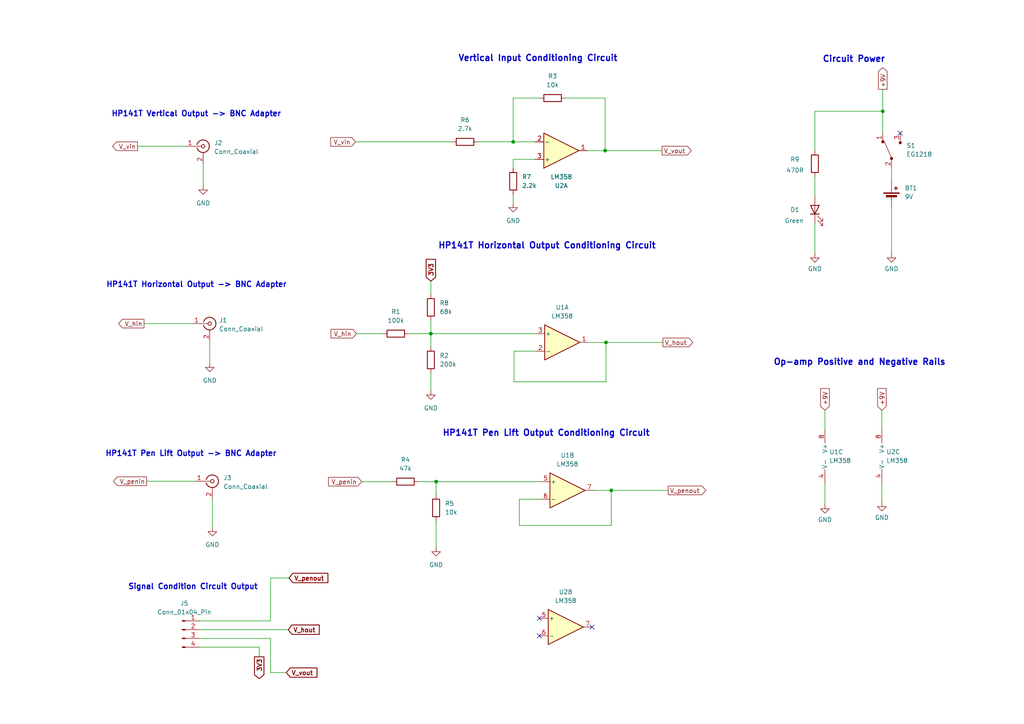
<source format=kicad_sch>
(kicad_sch (version 20230121) (generator eeschema)
  (paper "A4")
  (title_block (title "Signal Conditioning Circuit for HP141T Auxiliary Outputs") (date "2025-04-03") (rev "v01") (company "UCT EEE4022F 2025") (comment 1 "Vvin = Input vertical auxiliary signal from HP141T") (comment 2 "Vhin = Input horizontanl auxiliary signal from HP141T") (comment 3 "Vpenin = Input pen lift auxiliary signal from HP141T"))
  (lib_symbols
    (symbol "Amplifier_Operational:LM358" (pin_names (offset 0.127))
      (property "Reference" "U" (at 0 5.08 0))
      (property "Value" "LM358" (at 0 -5.08 0))
      (symbol "LM358_1_1"
        (polyline (pts (xy -5.08 5.08) (xy 5.08 0) (xy -5.08 -5.08) (xy -5.08 5.08)) (stroke (width 0.254)) (fill (type background)))
        (pin output line (at 7.62 0 180) (length 2.54) (name "~") (number "1"))
        (pin input line (at -7.62 -2.54 0) (length 2.54) (name "-") (number "2"))
        (pin input line (at -7.62 2.54 0) (length 2.54) (name "+") (number "3"))
      )
      (symbol "LM358_2_1"
        (polyline (pts (xy -5.08 5.08) (xy 5.08 0) (xy -5.08 -5.08) (xy -5.08 5.08)) (stroke (width 0.254)) (fill (type background)))
        (pin input line (at -7.62 2.54 0) (length 2.54) (name "+") (number "5"))
        (pin input line (at -7.62 -2.54 0) (length 2.54) (name "-") (number "6"))
        (pin output line (at 7.62 0 180) (length 2.54) (name "~") (number "7"))
      )
      (symbol "LM358_3_1"
        (pin power_in line (at -2.54 -7.62 90) (length 3.81) (name "V-") (number "4"))
        (pin power_in line (at -2.54 7.62 270) (length 3.81) (name "V+") (number "8"))
      )
    )
    (symbol "Connector:Conn_01x04_Pin" (pin_names (offset 1.016) hide)
      (property "Reference" "J" (at 0 5.08 0))
      (property "Value" "Conn_01x04_Pin" (at 0 -7.62 0))
      (symbol "Conn_01x04_Pin_1_1"
        (polyline (pts (xy 1.27 -5.08) (xy 0.8636 -5.08)) (stroke (width 0.1524)))
        (polyline (pts (xy 1.27 -2.54) (xy 0.8636 -2.54)) (stroke (width 0.1524)))
        (polyline (pts (xy 1.27 0) (xy 0.8636 0)) (stroke (width 0.1524)))
        (polyline (pts (xy 1.27 2.54) (xy 0.8636 2.54)) (stroke (width 0.1524)))
        (rectangle (start 0.8636 -4.953) (end 0 -5.207) (stroke (width 0.1524)) (fill (type outline)))
        (rectangle (start 0.8636 -2.413) (end 0 -2.667) (stroke (width 0.1524)) (fill (type outline)))
        (rectangle (start 0.8636 0.127) (end 0 -0.127) (stroke (width 0.1524)) (fill (type outline)))
        (rectangle (start 0.8636 2.667) (end 0 2.413) (stroke (width 0.1524)) (fill (type outline)))
        (pin passive line (at 5.08 2.54 180) (length 3.81) (name "Pin_1") (number "1"))
        (pin passive line (at 5.08 0 180) (length 3.81) (name "Pin_2") (number "2"))
        (pin passive line (at 5.08 -2.54 180) (length 3.81) (name "Pin_3") (number "3"))
        (pin passive line (at 5.08 -5.08 180) (length 3.81) (name "Pin_4") (number "4"))
      )
    )
    (symbol "Connector:Conn_Coaxial" (pin_names (offset 1.016) hide)
      (property "Reference" "J" (at 0.254 3.048 0))
      (property "Value" "Conn_Coaxial" (at 2.921 0 90))
      (symbol "Conn_Coaxial_0_1"
        (arc (start -1.778 -0.508) (mid 0.2311 -1.8066) (end 1.778 0) (stroke (width 0.254)))
        (polyline (pts (xy -2.54 0) (xy -0.508 0)))
        (polyline (pts (xy 0 -2.54) (xy 0 -1.778)))
        (circle (center 0 0) (radius 0.508) (stroke (width 0.2032)))
        (arc (start 1.778 0) (mid 0.2099 1.8101) (end -1.778 0.508) (stroke (width 0.254)))
      )
      (symbol "Conn_Coaxial_1_1"
        (pin passive line (at -5.08 0 0) (length 2.54) (name "In") (number "1"))
        (pin passive line (at 0 -5.08 90) (length 2.54) (name "Ext") (number "2"))
      )
    )
    (symbol "Device:Battery_Cell" (pin_numbers hide) (pin_names (offset 0) hide)
      (property "Reference" "BT" (at 2.54 2.54 0))
      (property "Value" "Battery_Cell" (at 2.54 0 0))
      (symbol "Battery_Cell_0_1"
        (rectangle (start -2.286 1.778) (end 2.286 1.524) (fill (type outline)))
        (rectangle (start -1.524 1.016) (end 1.524 0.508) (fill (type outline)))
        (polyline (pts (xy 0 0.762) (xy 0 0)))
        (polyline (pts (xy 0 1.778) (xy 0 2.54)))
        (polyline (pts (xy 0.762 3.048) (xy 1.778 3.048)) (stroke (width 0.254)))
        (polyline (pts (xy 1.27 3.556) (xy 1.27 2.54)) (stroke (width 0.254)))
      )
      (symbol "Battery_Cell_1_1"
        (pin passive line (at 0 5.08 270) (length 2.54) (name "+") (number "1"))
        (pin passive line (at 0 -2.54 90) (length 2.54) (name "-") (number "2"))
      )
    )
    (symbol "Device:LED" (pin_numbers hide) (pin_names (offset 1.016) hide)
      (property "Reference" "D" (at 0 2.54 0))
      (property "Value" "LED" (at 0 -2.54 0))
      (symbol "LED_0_1"
        (polyline (pts (xy -1.27 -1.27) (xy -1.27 1.27)) (stroke (width 0.254)))
        (polyline (pts (xy -1.27 0) (xy 1.27 0)))
        (polyline (pts (xy 1.27 -1.27) (xy 1.27 1.27) (xy -1.27 0) (xy 1.27 -1.27)) (stroke (width 0.254)))
        (polyline (pts (xy -3.048 -0.762) (xy -4.572 -2.286) (xy -3.81 -2.286) (xy -4.572 -2.286) (xy -4.572 -1.524)))
        (polyline (pts (xy -1.778 -0.762) (xy -3.302 -2.286) (xy -2.54 -2.286) (xy -3.302 -2.286) (xy -3.302 -1.524)))
      )
      (symbol "LED_1_1"
        (pin passive line (at -3.81 0 0) (length 2.54) (name "K") (number "1"))
        (pin passive line (at 3.81 0 180) (length 2.54) (name "A") (number "2"))
      )
    )
    (symbol "Device:R" (pin_numbers hide) (pin_names (offset 0))
      (property "Reference" "R" (at 2.032 0 90))
      (property "Value" "R" (at 0 0 90))
      (symbol "R_0_1"
        (rectangle (start -1.016 -2.54) (end 1.016 2.54) (stroke (width 0.254)))
      )
      (symbol "R_1_1"
        (pin passive line (at 0 3.81 270) (length 1.27) (name "~") (number "1"))
        (pin passive line (at 0 -3.81 90) (length 1.27) (name "~") (number "2"))
      )
    )
    (symbol "dk_Slide-Switches:EG1218" (pin_names (offset 0))
      (property "Reference" "S" (at -3.81 2.286 0))
      (property "Value" "EG1218" (at 0 -5.334 0))
      (symbol "EG1218_0_1"
        (circle (center -2.286 0) (radius 0.3556) (fill (type outline)))
        (polyline (pts (xy -2.032 0) (xy 3.048 2.286)))
        (circle (center 2.286 -2.54) (radius 0.3556) (fill (type outline)))
        (circle (center 2.54 2.54) (radius 0.3556) (fill (type outline)))
      )
      (symbol "EG1218_1_1"
        (pin passive line (at 5.08 2.54 180) (length 2.54) (name "~") (number "1"))
        (pin passive line (at -5.08 0 0) (length 2.54) (name "~") (number "2"))
        (pin passive line (at 5.08 -2.54 180) (length 2.54) (name "~") (number "3"))
      )
    )
    (symbol "power:GND" (power) (pin_names (offset 0))
      (property "Value" "GND" (at 0 -3.81 0))
      (symbol "GND_0_1"
        (polyline (pts (xy 0 0) (xy 0 -1.27) (xy 1.27 -1.27) (xy 0 -2.54) (xy -1.27 -1.27) (xy 0 -1.27)))
      )
      (symbol "GND_1_1"
        (pin power_in line (at 0 0 270) (length 0) hide (name "GND") (number "1"))
      )
    )
  )
  (junction (at 175.768 99.314))
  (junction (at 177.292 142.24))
  (junction (at 148.844 41.148))
  (junction (at 256.032 32.258))
  (junction (at 124.968 96.774))
  (junction (at 126.492 139.7))
  (junction (at 175.514 43.688))
  (no_connect (at 156.464 179.324))
  (no_connect (at 156.464 184.404))
  (no_connect (at 261.112 38.608))
  (no_connect (at 171.704 181.864))
  (wire (pts (xy 236.347 32.258) (xy 256.032 32.258)))
  (wire (pts (xy 236.347 57.023) (xy 236.347 51.308)))
  (wire (pts (xy 236.347 32.258) (xy 236.347 43.688)))
  (wire (pts (xy 156.972 144.78) (xy 150.622 144.78)))
  (wire (pts (xy 58.928 47.498) (xy 58.928 53.848)))
  (wire (pts (xy 126.492 139.7) (xy 156.972 139.7)))
  (wire (pts (xy 155.448 101.854) (xy 149.098 101.854)))
  (wire (pts (xy 124.968 92.964) (xy 124.968 96.774)))
  (wire (pts (xy 78.486 185.166) (xy 57.912 185.166)))
  (wire (pts (xy 170.434 43.688) (xy 175.514 43.688)))
  (wire (pts (xy 150.622 144.78) (xy 150.622 152.4)))
  (wire (pts (xy 239.268 139.954) (xy 239.268 146.304)))
  (wire (pts (xy 103.124 41.148) (xy 131.064 41.148)))
  (wire (pts (xy 149.098 101.854) (xy 149.098 110.744)))
  (wire (pts (xy 155.194 46.228) (xy 148.844 46.228)))
  (wire (pts (xy 175.514 28.448) (xy 175.514 43.688)))
  (wire (pts (xy 150.622 152.4) (xy 177.292 152.4)))
  (wire (pts (xy 124.968 81.534) (xy 124.968 85.344)))
  (wire (pts (xy 124.968 96.774) (xy 124.968 100.584)))
  (wire (pts (xy 256.032 32.258) (xy 256.032 38.608)))
  (wire (pts (xy 121.412 139.7) (xy 126.492 139.7)))
  (wire (pts (xy 256.032 25.908) (xy 256.032 32.258)))
  (wire (pts (xy 255.778 118.999) (xy 255.778 124.714)))
  (wire (pts (xy 236.347 73.533) (xy 236.347 64.643)))
  (wire (pts (xy 177.292 142.24) (xy 193.802 142.24)))
  (wire (pts (xy 258.572 60.198) (xy 258.572 73.533)))
  (wire (pts (xy 156.464 28.448) (xy 148.844 28.448)))
  (wire (pts (xy 57.912 180.086) (xy 78.486 180.086)))
  (wire (pts (xy 255.778 139.954) (xy 255.778 145.669)))
  (wire (pts (xy 175.768 99.314) (xy 192.278 99.314)))
  (wire (pts (xy 83.058 195.072) (xy 78.486 195.072)))
  (wire (pts (xy 57.912 187.706) (xy 75.184 187.706)))
  (wire (pts (xy 126.492 151.13) (xy 126.492 158.75)))
  (wire (pts (xy 148.844 41.148) (xy 155.194 41.148)))
  (wire (pts (xy 148.844 56.388) (xy 148.844 58.928)))
  (wire (pts (xy 170.688 99.314) (xy 175.768 99.314)))
  (wire (pts (xy 148.844 28.448) (xy 148.844 41.148)))
  (wire (pts (xy 124.968 108.204) (xy 124.968 113.284)))
  (wire (pts (xy 164.084 28.448) (xy 175.514 28.448)))
  (wire (pts (xy 61.595 144.653) (xy 61.595 152.908)))
  (wire (pts (xy 118.618 96.774) (xy 124.968 96.774)))
  (wire (pts (xy 57.912 182.626) (xy 83.566 182.626)))
  (wire (pts (xy 78.486 180.086) (xy 78.486 167.64)))
  (wire (pts (xy 138.684 41.148) (xy 148.844 41.148)))
  (wire (pts (xy 75.184 187.706) (xy 75.184 190.5)))
  (wire (pts (xy 104.902 139.7) (xy 113.792 139.7)))
  (wire (pts (xy 42.545 139.573) (xy 56.515 139.573)))
  (wire (pts (xy 175.514 43.688) (xy 192.024 43.688)))
  (wire (pts (xy 149.098 110.744) (xy 175.768 110.744)))
  (wire (pts (xy 78.486 167.64) (xy 83.82 167.64)))
  (wire (pts (xy 39.878 42.418) (xy 53.848 42.418)))
  (wire (pts (xy 148.844 46.228) (xy 148.844 48.768)))
  (wire (pts (xy 239.268 118.999) (xy 239.268 124.714)))
  (wire (pts (xy 41.783 93.853) (xy 55.753 93.853)))
  (wire (pts (xy 126.492 139.7) (xy 126.492 143.51)))
  (wire (pts (xy 60.833 98.933) (xy 60.833 105.283)))
  (wire (pts (xy 172.212 142.24) (xy 177.292 142.24)))
  (wire (pts (xy 78.486 195.072) (xy 78.486 185.166)))
  (wire (pts (xy 103.378 96.774) (xy 110.998 96.774)))
  (wire (pts (xy 177.292 142.24) (xy 177.292 152.4)))
  (wire (pts (xy 175.768 110.744) (xy 175.768 99.314)))
  (wire (pts (xy 258.572 48.768) (xy 258.572 52.578)))
  (wire (pts (xy 124.968 96.774) (xy 155.448 96.774)))
  (text "HP141T Vertical Output -> BNC Adapter" (at 32.258 34.036 0) (effects (font (size 1.57 1.57) bold) (justify left bottom)))
  (text "Vertical Input Conditioning Circuit" (at 132.842 18.034 0) (effects (font (size 1.77 1.77) (thickness 0.354) bold) (justify left bottom)))
  (text "HP141T Horizontal Output -> BNC Adapter" (at 30.734 83.566 0) (effects (font (size 1.57 1.57) bold) (justify left bottom)))
  (text "HP141T Pen Lift Output Conditioning Circuit" (at 128.27 126.746 0) (effects (font (size 1.77 1.77) bold) (justify left bottom)))
  (text "Circuit Power" (at 238.506 18.288 0) (effects (font (size 1.77 1.77) bold) (justify left bottom)))
  (text "HP141T Horizontal Output Conditioning Circuit" (at 127 72.39 0) (effects (font (size 1.77 1.77) bold) (justify left bottom)))
  (text "HP141T Pen Lift Output -> BNC Adapter" (at 30.48 132.588 0) (effects (font (size 1.57 1.57) bold) (justify left bottom)))
  (text "Signal Condition Circuit Output" (at 37.084 171.196 0) (effects (font (size 1.57 1.57) bold) (justify left bottom)))
  (text "Op-amp Positive and Negative Rails" (at 224.282 106.172 0) (effects (font (size 1.77 1.77) bold) (justify left bottom)))
  (global_label "+9V" (shape input) (at 239.268 118.999 90) (property "Intersheetrefs" "${INTERSHEET_REFS}" (effects hide)))
  (global_label "V_vout" (shape input) (at 83.058 195.072 0) (effects (font bold)) (property "Intersheetrefs" "${INTERSHEET_REFS}" (effects hide)))
  (global_label "V_vin" (shape input) (at 103.124 41.148 180) (property "Intersheetrefs" "${INTERSHEET_REFS}" (effects hide)))
  (global_label "V_penout" (shape output) (at 193.802 142.24 0) (property "Intersheetrefs" "${INTERSHEET_REFS}" (effects hide)))
  (global_label "+9V" (shape output) (at 256.032 25.908 90) (property "Intersheetrefs" "${INTERSHEET_REFS}" (effects hide)))
  (global_label "V_hin" (shape input) (at 103.378 96.774 180) (property "Intersheetrefs" "${INTERSHEET_REFS}" (effects hide)))
  (global_label "3V3" (shape input) (at 124.968 81.534 90) (effects (font bold)) (property "Intersheetrefs" "${INTERSHEET_REFS}" (effects hide)))
  (global_label "V_penin" (shape output) (at 42.545 139.573 180) (property "Intersheetrefs" "${INTERSHEET_REFS}" (effects hide)))
  (global_label "V_vout" (shape output) (at 192.024 43.688 0) (property "Intersheetrefs" "${INTERSHEET_REFS}" (effects hide)))
  (global_label "V_hout" (shape output) (at 192.278 99.314 0) (property "Intersheetrefs" "${INTERSHEET_REFS}" (effects hide)))
  (global_label "V_vin" (shape output) (at 39.878 42.418 180) (property "Intersheetrefs" "${INTERSHEET_REFS}" (effects hide)))
  (global_label "V_penin" (shape input) (at 104.902 139.7 180) (property "Intersheetrefs" "${INTERSHEET_REFS}" (effects hide)))
  (global_label "3V3" (shape output) (at 75.184 190.5 270) (effects (font bold)) (property "Intersheetrefs" "${INTERSHEET_REFS}" (effects hide)))
  (global_label "V_hin" (shape output) (at 41.783 93.853 180) (property "Intersheetrefs" "${INTERSHEET_REFS}" (effects hide)))
  (global_label "V_hout" (shape input) (at 83.566 182.626 0) (effects (font bold)) (property "Intersheetrefs" "${INTERSHEET_REFS}" (effects hide)))
  (global_label "V_penout" (shape input) (at 83.82 167.64 0) (effects (font bold)) (property "Intersheetrefs" "${INTERSHEET_REFS}" (effects hide)))
  (global_label "+9V" (shape input) (at 255.778 118.999 90) (property "Intersheetrefs" "${INTERSHEET_REFS}" (effects hide)))
  (symbol (lib_id "Device:R") (at 126.492 147.32 0) (unit 1)
    (property "Reference" "R5" (at 129.032 146.05 0) (effects (justify left)))
    (property "Value" "10k" (at 129.032 148.59 0) (effects (justify left)))
    (property "Footprint" "Resistor_THT:R_Axial_DIN0207_L6.3mm_D2.5mm_P7.62mm_Horizontal" (effects hide))
  )
  (symbol (lib_id "Device:R") (at 124.968 104.394 0) (unit 1)
    (property "Reference" "R2" (at 127.508 103.124 0) (effects (justify left)))
    (property "Value" "200k" (at 127.508 105.664 0) (effects (justify left)))
    (property "Footprint" "Resistor_THT:R_Axial_DIN0207_L6.3mm_D2.5mm_P7.62mm_Horizontal" (effects hide))
  )
  (symbol (lib_id "Amplifier_Operational:LM358") (at 258.318 132.334 0) (unit 3)
    (property "Reference" "U2" (at 257.048 131.064 0) (effects (justify left)))
    (property "Value" "LM358" (at 257.048 133.604 0) (effects (justify left)))
    (property "Footprint" "Package_DIP:DIP-8_W7.62mm" (effects hide))
    (property "Datasheet" "http://www.ti.com/lit/ds/symlink/lm2904-n.pdf" (effects hide))
  )
  (symbol (lib_id "Device:R") (at 148.844 52.578 0) (unit 1)
    (property "Reference" "R7" (at 151.384 51.308 0) (effects (justify left)))
    (property "Value" "2.2k" (at 151.384 53.848 0) (effects (justify left)))
    (property "Footprint" "Resistor_THT:R_Axial_DIN0207_L6.3mm_D2.5mm_P7.62mm_Horizontal" (effects hide))
  )
  (symbol (lib_id "Amplifier_Operational:LM358") (at 164.592 142.24 0) (unit 2)
    (property "Reference" "U1" (at 164.592 132.08 0))
    (property "Value" "LM358" (at 164.592 134.62 0))
    (property "Footprint" "Package_DIP:DIP-8_W7.62mm" (effects hide))
    (property "Datasheet" "http://www.ti.com/lit/ds/symlink/lm2904-n.pdf" (effects hide))
  )
  (symbol (lib_id "Device:R") (at 124.968 89.154 0) (unit 1)
    (property "Reference" "R8" (at 127.508 87.884 0) (effects (justify left)))
    (property "Value" "68k" (at 127.508 90.424 0) (effects (justify left)))
    (property "Footprint" "Resistor_THT:R_Axial_DIN0207_L6.3mm_D2.5mm_P7.62mm_Horizontal" (effects hide))
  )
  (symbol (lib_id "Amplifier_Operational:LM358") (at 164.084 181.864 0) (unit 2)
    (property "Reference" "U2" (at 164.084 171.704 0))
    (property "Value" "LM358" (at 164.084 174.244 0))
    (property "Footprint" "Package_DIP:DIP-8_W7.62mm" (effects hide))
    (property "Datasheet" "http://www.ti.com/lit/ds/symlink/lm2904-n.pdf" (effects hide))
  )
  (symbol (lib_id "Device:R") (at 134.874 41.148 90) (unit 1)
    (property "Reference" "R6" (at 134.874 34.798 90))
    (property "Value" "2.7k" (at 134.874 37.338 90))
    (property "Footprint" "Resistor_THT:R_Axial_DIN0207_L6.3mm_D2.5mm_P7.62mm_Horizontal" (effects hide))
  )
  (symbol (lib_id "power:GND") (at 124.968 113.284 0) (unit 1)
    (property "Reference" "#PWR02" (effects hide))
    (property "Value" "GND" (at 124.968 118.364 0))
  )
  (symbol (lib_id "Device:Battery_Cell") (at 258.572 57.658 0) (unit 1)
    (property "Reference" "BT1" (at 262.382 54.5465 0) (effects (justify left)))
    (property "Value" "9V" (at 262.382 57.0865 0) (effects (justify left)))
    (property "Footprint" "Battery:BatteryHolder_MPD_BA9VPC_1xPP3" (effects hide))
  )
  (symbol (lib_id "power:GND") (at 148.844 58.928 0) (unit 1)
    (property "Reference" "#PWR01" (effects hide))
    (property "Value" "GND" (at 148.844 64.008 0))
  )
  (symbol (lib_id "Device:R") (at 114.808 96.774 90) (unit 1)
    (property "Reference" "R1" (at 114.808 90.424 90))
    (property "Value" "100k" (at 114.808 92.964 90))
    (property "Footprint" "Resistor_THT:R_Axial_DIN0207_L6.3mm_D2.5mm_P7.62mm_Horizontal" (effects hide))
  )
  (symbol (lib_id "Connector:Conn_Coaxial") (at 60.833 93.853 0) (unit 1)
    (property "Reference" "J1" (at 63.5 92.8762 0) (effects (justify left)))
    (property "Value" "Conn_Coaxial" (at 63.5 95.4162 0) (effects (justify left)))
    (property "Footprint" "Connector_Coaxial:BNC_Amphenol_B6252HB-NPP3G-50_Horizontal" (effects hide))
    (property "Datasheet" " ~" (effects hide))
  )
  (symbol (lib_id "Amplifier_Operational:LM358") (at 162.814 43.688 0) (mirror x) (unit 1)
    (property "Reference" "U2" (at 162.814 53.848 0))
    (property "Value" "LM358" (at 162.814 51.308 0))
    (property "Footprint" "Package_DIP:DIP-8_W7.62mm" (effects hide))
    (property "Datasheet" "http://www.ti.com/lit/ds/symlink/lm2904-n.pdf" (effects hide))
  )
  (symbol (lib_id "power:GND") (at 60.833 105.283 0) (unit 1)
    (property "Reference" "#PWR06" (effects hide))
    (property "Value" "GND" (at 60.833 110.363 0))
  )
  (symbol (lib_id "Connector:Conn_01x04_Pin") (at 52.832 182.626 0) (unit 1)
    (property "Reference" "J5" (at 53.467 175.006 0))
    (property "Value" "Conn_01x04_Pin" (at 53.467 177.546 0))
    (property "Footprint" "Connector_JST:JST_EH_B4B-EH-A_1x04_P2.50mm_Vertical" (effects hide))
  )
  (symbol (lib_id "Connector:Conn_Coaxial") (at 61.595 139.573 0) (unit 1)
    (property "Reference" "J3" (at 64.77 138.5962 0) (effects (justify left)))
    (property "Value" "Conn_Coaxial" (at 64.77 141.1362 0) (effects (justify left)))
    (property "Footprint" "Connector_Coaxial:BNC_Amphenol_B6252HB-NPP3G-50_Horizontal" (effects hide))
    (property "Datasheet" " ~" (effects hide))
  )
  (symbol (lib_id "Connector:Conn_Coaxial") (at 58.928 42.418 0) (unit 1)
    (property "Reference" "J2" (at 62.103 41.4412 0) (effects (justify left)))
    (property "Value" "Conn_Coaxial" (at 62.103 43.9812 0) (effects (justify left)))
    (property "Footprint" "Connector_Coaxial:BNC_Amphenol_B6252HB-NPP3G-50_Horizontal" (effects hide))
    (property "Datasheet" " ~" (effects hide))
  )
  (symbol (lib_id "dk_Slide-Switches:EG1218") (at 258.572 43.688 90) (unit 1)
    (property "Reference" "S1" (at 262.89 42.2148 90) (effects (justify right)))
    (property "Value" "EG1218" (at 262.89 44.7548 90) (effects (justify right)))
    (property "Footprint" "digikey-footprints:Switch_Slide_11.6x4mm_EG1218" (effects hide))
    (property "Datasheet" "http://spec_sheets.e-switch.com/specs/P040040.pdf" (effects hide))
    (property "Digi-Key_PN" "EG1903-ND" (effects hide))
    (property "MPN" "EG1218" (effects hide))
    (property "Category" "Switches" (effects hide))
    (property "Family" "Slide Switches" (effects hide))
    (property "DK_Datasheet_Link" "http://spec_sheets.e-switch.com/specs/P040040.pdf" (effects hide))
    (property "DK_Detail_Page" "/product-detail/en/e-switch/EG1218/EG1903-ND/101726" (effects hide))
    (property "Description" "SWITCH SLIDE SPDT 200MA 30V" (effects hide))
    (property "Manufacturer" "E-Switch" (effects hide))
    (property "Status" "Active" (effects hide))
  )
  (symbol (lib_id "Amplifier_Operational:LM358") (at 163.068 99.314 0) (unit 1)
    (property "Reference" "U1" (at 163.068 89.154 0))
    (property "Value" "LM358" (at 163.068 91.694 0))
    (property "Footprint" "Package_DIP:DIP-8_W7.62mm" (effects hide))
    (property "Datasheet" "http://www.ti.com/lit/ds/symlink/lm2904-n.pdf" (effects hide))
  )
  (symbol (lib_id "power:GND") (at 255.778 145.669 0) (unit 1)
    (property "Reference" "#PWR011" (effects hide))
    (property "Value" "GND" (at 255.778 150.114 0))
  )
  (symbol (lib_id "Device:R") (at 117.602 139.7 90) (unit 1)
    (property "Reference" "R4" (at 117.602 133.35 90))
    (property "Value" "47k" (at 117.602 135.89 90))
    (property "Footprint" "Resistor_THT:R_Axial_DIN0207_L6.3mm_D2.5mm_P7.62mm_Horizontal" (effects hide))
  )
  (symbol (lib_id "Device:R") (at 160.274 28.448 90) (unit 1)
    (property "Reference" "R3" (at 160.274 22.098 90))
    (property "Value" "10k" (at 160.274 24.638 90))
    (property "Footprint" "Resistor_THT:R_Axial_DIN0207_L6.3mm_D2.5mm_P7.62mm_Horizontal" (effects hide))
  )
  (symbol (lib_id "power:GND") (at 61.595 152.908 0) (unit 1)
    (property "Reference" "#PWR07" (effects hide))
    (property "Value" "GND" (at 61.595 157.988 0))
  )
  (symbol (lib_id "power:GND") (at 236.347 73.533 0) (unit 1)
    (property "Reference" "#PWR05" (effects hide))
    (property "Value" "GND" (at 236.347 77.978 0))
  )
  (symbol (lib_id "power:GND") (at 58.928 53.848 0) (unit 1)
    (property "Reference" "#PWR08" (effects hide))
    (property "Value" "GND" (at 58.928 58.928 0))
  )
  (symbol (lib_id "Device:R") (at 236.347 47.498 180) (unit 1)
    (property "Reference" "R9" (at 231.902 46.228 0) (effects (justify left)))
    (property "Value" "470R" (at 233.172 49.403 0) (effects (justify left)))
    (property "Footprint" "Resistor_THT:R_Axial_DIN0207_L6.3mm_D2.5mm_P7.62mm_Horizontal" (effects hide))
  )
  (symbol (lib_id "Device:LED") (at 236.347 60.833 90) (unit 1)
    (property "Reference" "D1" (at 231.902 60.833 90) (effects (justify left)))
    (property "Value" "Green" (at 233.172 64.008 90) (effects (justify left)))
    (property "Footprint" "LED_THT:LED_D5.0mm" (effects hide))
  )
  (symbol (lib_id "power:GND") (at 126.492 158.75 0) (unit 1)
    (property "Reference" "#PWR03" (effects hide))
    (property "Value" "GND" (at 126.492 163.83 0))
  )
  (symbol (lib_id "Amplifier_Operational:LM358") (at 241.808 132.334 0) (unit 3)
    (property "Reference" "U1" (at 240.538 131.064 0) (effects (justify left)))
    (property "Value" "LM358" (at 240.538 133.604 0) (effects (justify left)))
    (property "Footprint" "Package_DIP:DIP-8_W7.62mm" (effects hide))
    (property "Datasheet" "http://www.ti.com/lit/ds/symlink/lm2904-n.pdf" (effects hide))
  )
  (symbol (lib_id "power:GND") (at 239.268 146.304 0) (unit 1)
    (property "Reference" "#PWR010" (effects hide))
    (property "Value" "GND" (at 239.268 150.749 0))
  )
  (symbol (lib_id "power:GND") (at 258.572 73.533 0) (unit 1)
    (property "Reference" "#PWR09" (effects hide))
    (property "Value" "GND" (at 258.572 77.978 0))
  )
)
</source>
